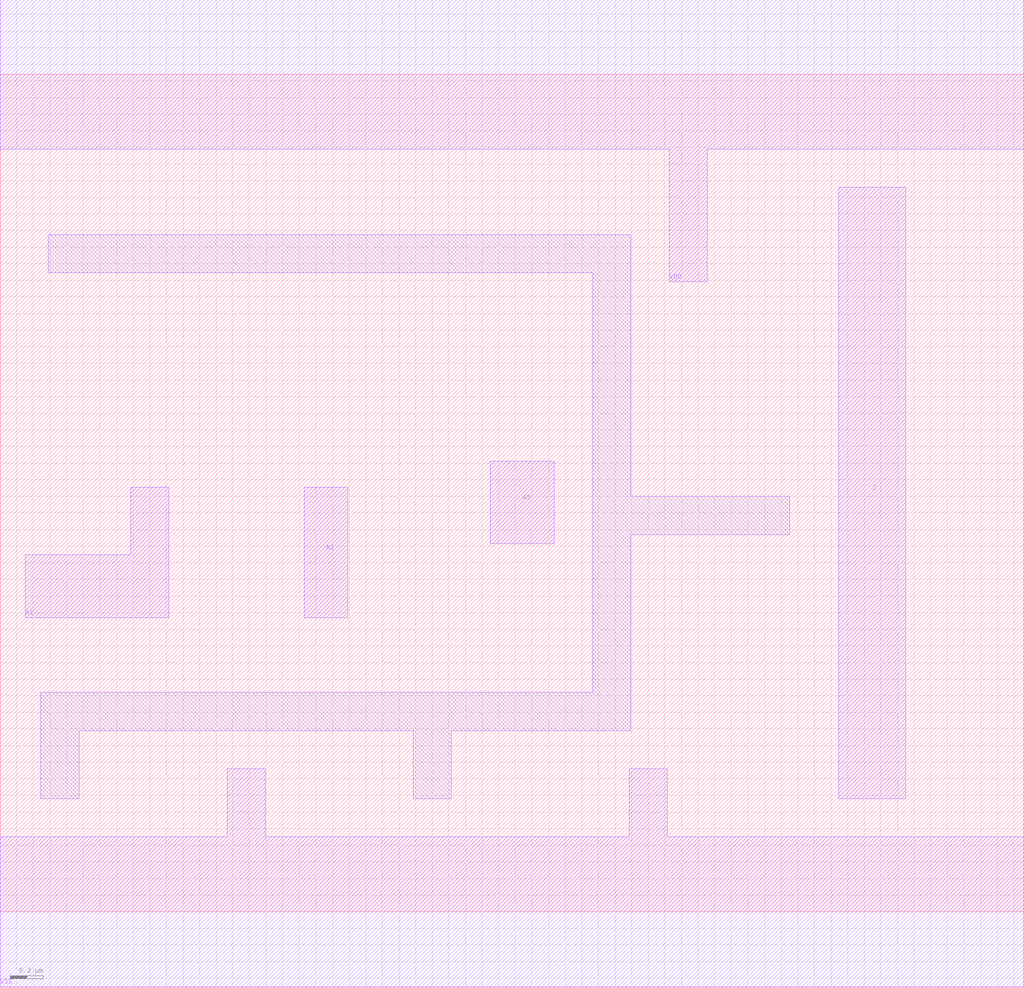
<source format=lef>
# Copyright 2022 GlobalFoundries PDK Authors
#
# Licensed under the Apache License, Version 2.0 (the "License");
# you may not use this file except in compliance with the License.
# You may obtain a copy of the License at
#
#      http://www.apache.org/licenses/LICENSE-2.0
#
# Unless required by applicable law or agreed to in writing, software
# distributed under the License is distributed on an "AS IS" BASIS,
# WITHOUT WARRANTIES OR CONDITIONS OF ANY KIND, either express or implied.
# See the License for the specific language governing permissions and
# limitations under the License.

MACRO gf180mcu_fd_sc_mcu9t5v0__or3_1
  CLASS core ;
  FOREIGN gf180mcu_fd_sc_mcu9t5v0__or3_1 0.0 0.0 ;
  ORIGIN 0 0 ;
  SYMMETRY X Y ;
  SITE GF018hv5v_green_sc9 ;
  SIZE 6.16 BY 5.04 ;
  PIN A1
    DIRECTION INPUT ;
    ANTENNAGATEAREA 0.7725 ;
    PORT
      LAYER Metal1 ;
        POLYGON 0.15 1.77 1.015 1.77 1.015 2.555 0.785 2.555 0.785 2.15 0.15 2.15  ;
    END
  END A1
  PIN A2
    DIRECTION INPUT ;
    ANTENNAGATEAREA 0.7725 ;
    PORT
      LAYER Metal1 ;
        POLYGON 1.83 1.77 2.09 1.77 2.09 2.555 1.83 2.555  ;
    END
  END A2
  PIN A3
    DIRECTION INPUT ;
    ANTENNAGATEAREA 0.7725 ;
    PORT
      LAYER Metal1 ;
        POLYGON 2.95 2.215 3.335 2.215 3.335 2.71 2.95 2.71  ;
    END
  END A3
  PIN Z
    DIRECTION OUTPUT ;
    ANTENNADIFFAREA 1.386 ;
    PORT
      LAYER Metal1 ;
        POLYGON 5.045 0.68 5.45 0.68 5.45 4.36 5.045 4.36  ;
    END
  END Z
  PIN VDD
    DIRECTION INOUT ;
    USE power ;
    SHAPE ABUTMENT ;
    PORT
      LAYER Metal1 ;
        POLYGON 0 4.59 4.025 4.59 4.025 3.79 4.255 3.79 4.255 4.59 4.75 4.59 6.16 4.59 6.16 5.49 4.75 5.49 0 5.49  ;
    END
  END VDD
  PIN VSS
    DIRECTION INOUT ;
    USE ground ;
    SHAPE ABUTMENT ;
    PORT
      LAYER Metal1 ;
        POLYGON 0 -0.45 6.16 -0.45 6.16 0.45 4.015 0.45 4.015 0.86 3.785 0.86 3.785 0.45 1.595 0.45 1.595 0.86 1.365 0.86 1.365 0.45 0 0.45  ;
    END
  END VSS
  OBS
      LAYER Metal1 ;
        POLYGON 0.29 3.845 3.565 3.845 3.565 1.32 0.245 1.32 0.245 0.68 0.475 0.68 0.475 1.09 2.485 1.09 2.485 0.68 2.715 0.68 2.715 1.09 3.795 1.09 3.795 2.27 4.75 2.27 4.75 2.5 3.795 2.5 3.795 4.075 0.29 4.075  ;
  END
END gf180mcu_fd_sc_mcu9t5v0__or3_1

</source>
